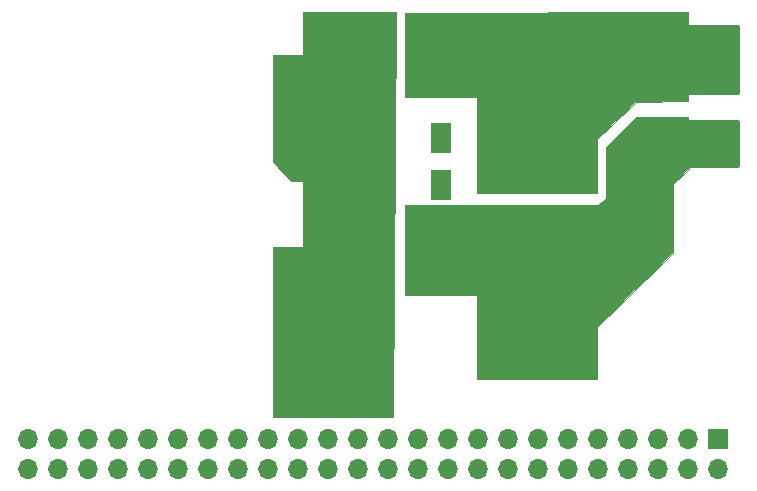
<source format=gbr>
%TF.GenerationSoftware,KiCad,Pcbnew,(6.0.0)*%
%TF.CreationDate,2022-03-21T15:13:20+09:00*%
%TF.ProjectId,MotorDriver base unit,4d6f746f-7244-4726-9976-657220626173,rev?*%
%TF.SameCoordinates,Original*%
%TF.FileFunction,Soldermask,Bot*%
%TF.FilePolarity,Negative*%
%FSLAX46Y46*%
G04 Gerber Fmt 4.6, Leading zero omitted, Abs format (unit mm)*
G04 Created by KiCad (PCBNEW (6.0.0)) date 2022-03-21 15:13:20*
%MOMM*%
%LPD*%
G01*
G04 APERTURE LIST*
G04 Aperture macros list*
%AMRoundRect*
0 Rectangle with rounded corners*
0 $1 Rounding radius*
0 $2 $3 $4 $5 $6 $7 $8 $9 X,Y pos of 4 corners*
0 Add a 4 corners polygon primitive as box body*
4,1,4,$2,$3,$4,$5,$6,$7,$8,$9,$2,$3,0*
0 Add four circle primitives for the rounded corners*
1,1,$1+$1,$2,$3*
1,1,$1+$1,$4,$5*
1,1,$1+$1,$6,$7*
1,1,$1+$1,$8,$9*
0 Add four rect primitives between the rounded corners*
20,1,$1+$1,$2,$3,$4,$5,0*
20,1,$1+$1,$4,$5,$6,$7,0*
20,1,$1+$1,$6,$7,$8,$9,0*
20,1,$1+$1,$8,$9,$2,$3,0*%
G04 Aperture macros list end*
%ADD10C,0.100000*%
%ADD11R,1.700000X1.700000*%
%ADD12O,1.700000X1.700000*%
%ADD13RoundRect,0.100000X-3.600000X-1.900000X3.600000X-1.900000X3.600000X1.900000X-3.600000X1.900000X0*%
%ADD14RoundRect,0.102000X-3.598000X2.898000X-3.598000X-2.898000X3.598000X-2.898000X3.598000X2.898000X0*%
%ADD15R,1.800000X2.500000*%
G04 APERTURE END LIST*
D10*
X167005000Y-97663000D02*
X167640000Y-97155000D01*
X167640000Y-97155000D02*
X167640000Y-92710000D01*
X167640000Y-92710000D02*
X170180000Y-90170000D01*
X170180000Y-90170000D02*
X174587342Y-90170000D01*
X174587342Y-90170000D02*
X174662659Y-94615000D01*
X174662659Y-94615000D02*
X173355000Y-95885000D01*
X173355000Y-95885000D02*
X173355000Y-101727000D01*
X173355000Y-101727000D02*
X166878000Y-107950000D01*
X166878000Y-107950000D02*
X166878000Y-112395000D01*
X166878000Y-112395000D02*
X156718000Y-112395000D01*
X156718000Y-112395000D02*
X156718000Y-105283000D01*
X156718000Y-105283000D02*
X150622000Y-105283000D01*
X150622000Y-105283000D02*
X150622000Y-97663000D01*
X150622000Y-97663000D02*
X167005000Y-97663000D01*
G36*
X174662659Y-94615000D02*
G01*
X173355000Y-95885000D01*
X173355000Y-101727000D01*
X166878000Y-107950000D01*
X166878000Y-112395000D01*
X156718000Y-112395000D01*
X156718000Y-105283000D01*
X150622000Y-105283000D01*
X150622000Y-97663000D01*
X167005000Y-97663000D01*
X167640000Y-97155000D01*
X167640000Y-92710000D01*
X170180000Y-90170000D01*
X174587342Y-90170000D01*
X174662659Y-94615000D01*
G37*
X174662659Y-94615000D02*
X173355000Y-95885000D01*
X173355000Y-101727000D01*
X166878000Y-107950000D01*
X166878000Y-112395000D01*
X156718000Y-112395000D01*
X156718000Y-105283000D01*
X150622000Y-105283000D01*
X150622000Y-97663000D01*
X167005000Y-97663000D01*
X167640000Y-97155000D01*
X167640000Y-92710000D01*
X170180000Y-90170000D01*
X174587342Y-90170000D01*
X174662659Y-94615000D01*
X141986000Y-101219000D02*
X141986000Y-95631000D01*
X141986000Y-95631000D02*
X140970000Y-95631000D01*
X140970000Y-95631000D02*
X139446000Y-93980000D01*
X139446000Y-93980000D02*
X139446000Y-84963000D01*
X139446000Y-84963000D02*
X141986000Y-84963000D01*
X141986000Y-84963000D02*
X141986000Y-81280000D01*
X141986000Y-81280000D02*
X149860000Y-81280000D01*
X149860000Y-81280000D02*
X149606000Y-115570000D01*
X149606000Y-115570000D02*
X139446000Y-115570000D01*
X139446000Y-115570000D02*
X139446000Y-101219000D01*
X139446000Y-101219000D02*
X141986000Y-101219000D01*
G36*
X149606000Y-115570000D02*
G01*
X139446000Y-115570000D01*
X139446000Y-101219000D01*
X141986000Y-101219000D01*
X141986000Y-95631000D01*
X140970000Y-95631000D01*
X139446000Y-93980000D01*
X139446000Y-84963000D01*
X141986000Y-84963000D01*
X141986000Y-81280000D01*
X149860000Y-81280000D01*
X149606000Y-115570000D01*
G37*
X149606000Y-115570000D02*
X139446000Y-115570000D01*
X139446000Y-101219000D01*
X141986000Y-101219000D01*
X141986000Y-95631000D01*
X140970000Y-95631000D01*
X139446000Y-93980000D01*
X139446000Y-84963000D01*
X141986000Y-84963000D01*
X141986000Y-81280000D01*
X149860000Y-81280000D01*
X149606000Y-115570000D01*
X174625000Y-81343500D02*
X174625000Y-88836500D01*
X174625000Y-88836500D02*
X170180000Y-88900000D01*
X170180000Y-88900000D02*
X166878000Y-92075000D01*
X166878000Y-92075000D02*
X166878000Y-96647000D01*
X166878000Y-96647000D02*
X156718000Y-96647000D01*
X156718000Y-96647000D02*
X156718000Y-88519000D01*
X156718000Y-88519000D02*
X150622000Y-88519000D01*
X150622000Y-88519000D02*
X150622000Y-81407000D01*
X150622000Y-81407000D02*
X174625000Y-81343500D01*
G36*
X174625000Y-88836500D02*
G01*
X170180000Y-88900000D01*
X166878000Y-92075000D01*
X166878000Y-96647000D01*
X156718000Y-96647000D01*
X156718000Y-88519000D01*
X150622000Y-88519000D01*
X150622000Y-81407000D01*
X174625000Y-81343500D01*
X174625000Y-88836500D01*
G37*
X174625000Y-88836500D02*
X170180000Y-88900000D01*
X166878000Y-92075000D01*
X166878000Y-96647000D01*
X156718000Y-96647000D01*
X156718000Y-88519000D01*
X150622000Y-88519000D01*
X150622000Y-81407000D01*
X174625000Y-81343500D01*
X174625000Y-88836500D01*
D11*
%TO.C,J1*%
X177165000Y-117475000D03*
D12*
X177165000Y-120015000D03*
X174625000Y-117475000D03*
X174625000Y-120015000D03*
X172085000Y-117475000D03*
X172085000Y-120015000D03*
X169545000Y-117475000D03*
X169545000Y-120015000D03*
X167005000Y-117475000D03*
X167005000Y-120015000D03*
X164465000Y-117475000D03*
X164465000Y-120015000D03*
X161925000Y-117475000D03*
X161925000Y-120015000D03*
X159385000Y-117475000D03*
X159385000Y-120015000D03*
X156845000Y-117475000D03*
X156845000Y-120015000D03*
X154305000Y-117475000D03*
X154305000Y-120015000D03*
X151765000Y-117475000D03*
X151765000Y-120015000D03*
X149225000Y-117475000D03*
X149225000Y-120015000D03*
X146685000Y-117475000D03*
X146685000Y-120015000D03*
X144145000Y-117475000D03*
X144145000Y-120015000D03*
X141605000Y-117475000D03*
X141605000Y-120015000D03*
X139065000Y-117475000D03*
X139065000Y-120015000D03*
X136525000Y-117475000D03*
X136525000Y-120015000D03*
X133985000Y-117475000D03*
X133985000Y-120015000D03*
X131445000Y-117475000D03*
X131445000Y-120015000D03*
X128905000Y-117475000D03*
X128905000Y-120015000D03*
X126365000Y-117475000D03*
X126365000Y-120015000D03*
X123825000Y-117475000D03*
X123825000Y-120015000D03*
X121285000Y-117475000D03*
X121285000Y-120015000D03*
X118745000Y-117475000D03*
X118745000Y-120015000D03*
%TD*%
D13*
%TO.C,J7*%
X175260000Y-92492000D03*
D14*
X175260000Y-85392000D03*
%TD*%
D15*
%TO.C,D71*%
X153670000Y-95980000D03*
X153670000Y-91980000D03*
%TD*%
M02*

</source>
